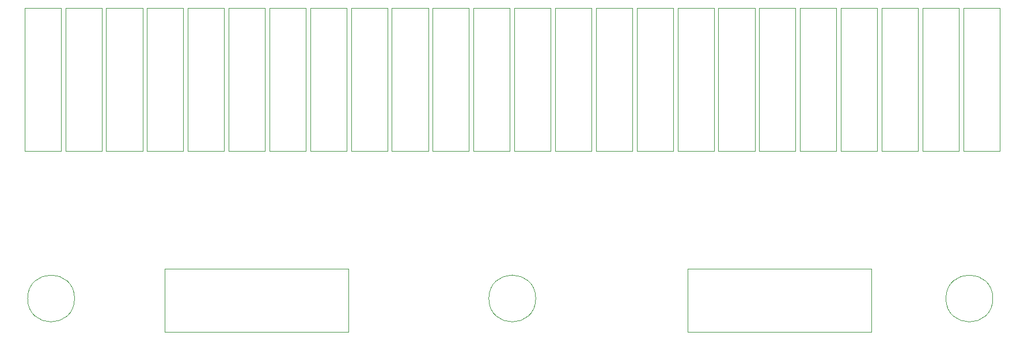
<source format=gbr>
G04 #@! TF.GenerationSoftware,KiCad,Pcbnew,(5.0.0)*
G04 #@! TF.CreationDate,2019-02-27T09:15:48+01:00*
G04 #@! TF.ProjectId,Potentiometer_mount_24LED,506F74656E74696F6D657465725F6D6F,rev?*
G04 #@! TF.SameCoordinates,Original*
G04 #@! TF.FileFunction,Other,User*
%FSLAX46Y46*%
G04 Gerber Fmt 4.6, Leading zero omitted, Abs format (unit mm)*
G04 Created by KiCad (PCBNEW (5.0.0)) date 02/27/19 09:15:48*
%MOMM*%
%LPD*%
G01*
G04 APERTURE LIST*
%ADD10C,0.050000*%
G04 APERTURE END LIST*
D10*
G04 #@! TO.C,*
X160950000Y-85000000D02*
G75*
G03X160950000Y-85000000I-3450000J0D01*
G01*
X93750000Y-85000000D02*
G75*
G03X93750000Y-85000000I-3450000J0D01*
G01*
G04 #@! TO.C,LED 1*
X23950000Y-63250000D02*
X23950000Y-42200000D01*
X18600000Y-63250000D02*
X23950000Y-63250000D01*
X18600000Y-42200000D02*
X18600000Y-63250000D01*
X23950000Y-42200000D02*
X18600000Y-42200000D01*
G04 #@! TO.C,LED 2*
X29950000Y-42200000D02*
X24600000Y-42200000D01*
X24600000Y-42200000D02*
X24600000Y-63250000D01*
X24600000Y-63250000D02*
X29950000Y-63250000D01*
X29950000Y-63250000D02*
X29950000Y-42200000D01*
G04 #@! TO.C,LED 3*
X35950000Y-63250000D02*
X35950000Y-42200000D01*
X30600000Y-63250000D02*
X35950000Y-63250000D01*
X30600000Y-42200000D02*
X30600000Y-63250000D01*
X35950000Y-42200000D02*
X30600000Y-42200000D01*
G04 #@! TO.C,LED 4*
X41950000Y-42200000D02*
X36600000Y-42200000D01*
X36600000Y-42200000D02*
X36600000Y-63250000D01*
X36600000Y-63250000D02*
X41950000Y-63250000D01*
X41950000Y-63250000D02*
X41950000Y-42200000D01*
G04 #@! TO.C,From Stimulator*
X66200000Y-80600000D02*
X39200000Y-80600000D01*
X66200000Y-89900000D02*
X66200000Y-80600000D01*
X39200000Y-89900000D02*
X66200000Y-89900000D01*
X39200000Y-80600000D02*
X39200000Y-89900000D01*
G04 #@! TO.C,To LED*
X116100000Y-80600000D02*
X116100000Y-89900000D01*
X116100000Y-89900000D02*
X143100000Y-89900000D01*
X143100000Y-89900000D02*
X143100000Y-80600000D01*
X143100000Y-80600000D02*
X116100000Y-80600000D01*
G04 #@! TO.C,LED 5*
X47950000Y-42200000D02*
X42600000Y-42200000D01*
X42600000Y-42200000D02*
X42600000Y-63250000D01*
X42600000Y-63250000D02*
X47950000Y-63250000D01*
X47950000Y-63250000D02*
X47950000Y-42200000D01*
G04 #@! TO.C,LED 6*
X53950000Y-63250000D02*
X53950000Y-42200000D01*
X48600000Y-63250000D02*
X53950000Y-63250000D01*
X48600000Y-42200000D02*
X48600000Y-63250000D01*
X53950000Y-42200000D02*
X48600000Y-42200000D01*
G04 #@! TO.C,LED 7*
X59950000Y-42200000D02*
X54600000Y-42200000D01*
X54600000Y-42200000D02*
X54600000Y-63250000D01*
X54600000Y-63250000D02*
X59950000Y-63250000D01*
X59950000Y-63250000D02*
X59950000Y-42200000D01*
G04 #@! TO.C,LED 8*
X65950000Y-63250000D02*
X65950000Y-42200000D01*
X60600000Y-63250000D02*
X65950000Y-63250000D01*
X60600000Y-42200000D02*
X60600000Y-63250000D01*
X65950000Y-42200000D02*
X60600000Y-42200000D01*
G04 #@! TO.C,LED 9*
X71950000Y-42200000D02*
X66600000Y-42200000D01*
X66600000Y-42200000D02*
X66600000Y-63250000D01*
X66600000Y-63250000D02*
X71950000Y-63250000D01*
X71950000Y-63250000D02*
X71950000Y-42200000D01*
G04 #@! TO.C,LED 10*
X77950000Y-63250000D02*
X77950000Y-42200000D01*
X72600000Y-63250000D02*
X77950000Y-63250000D01*
X72600000Y-42200000D02*
X72600000Y-63250000D01*
X77950000Y-42200000D02*
X72600000Y-42200000D01*
G04 #@! TO.C, LED 11*
X83950000Y-42200000D02*
X78600000Y-42200000D01*
X78600000Y-42200000D02*
X78600000Y-63250000D01*
X78600000Y-63250000D02*
X83950000Y-63250000D01*
X83950000Y-63250000D02*
X83950000Y-42200000D01*
G04 #@! TO.C,LED 12*
X89950000Y-42200000D02*
X84600000Y-42200000D01*
X84600000Y-42200000D02*
X84600000Y-63250000D01*
X84600000Y-63250000D02*
X89950000Y-63250000D01*
X89950000Y-63250000D02*
X89950000Y-42200000D01*
G04 #@! TO.C,LED 13*
X95950000Y-42200000D02*
X90600000Y-42200000D01*
X90600000Y-42200000D02*
X90600000Y-63250000D01*
X90600000Y-63250000D02*
X95950000Y-63250000D01*
X95950000Y-63250000D02*
X95950000Y-42200000D01*
G04 #@! TO.C,LED 14*
X101950000Y-63250000D02*
X101950000Y-42200000D01*
X96600000Y-63250000D02*
X101950000Y-63250000D01*
X96600000Y-42200000D02*
X96600000Y-63250000D01*
X101950000Y-42200000D02*
X96600000Y-42200000D01*
G04 #@! TO.C,LED 15*
X107950000Y-42200000D02*
X102600000Y-42200000D01*
X102600000Y-42200000D02*
X102600000Y-63250000D01*
X102600000Y-63250000D02*
X107950000Y-63250000D01*
X107950000Y-63250000D02*
X107950000Y-42200000D01*
G04 #@! TO.C,LED 16*
X113950000Y-63250000D02*
X113950000Y-42200000D01*
X108600000Y-63250000D02*
X113950000Y-63250000D01*
X108600000Y-42200000D02*
X108600000Y-63250000D01*
X113950000Y-42200000D02*
X108600000Y-42200000D01*
G04 #@! TO.C,LED 17*
X119950000Y-42200000D02*
X114600000Y-42200000D01*
X114600000Y-42200000D02*
X114600000Y-63250000D01*
X114600000Y-63250000D02*
X119950000Y-63250000D01*
X119950000Y-63250000D02*
X119950000Y-42200000D01*
G04 #@! TO.C,LED 18*
X125950000Y-63250000D02*
X125950000Y-42200000D01*
X120600000Y-63250000D02*
X125950000Y-63250000D01*
X120600000Y-42200000D02*
X120600000Y-63250000D01*
X125950000Y-42200000D02*
X120600000Y-42200000D01*
G04 #@! TO.C,LED 19*
X131950000Y-42200000D02*
X126600000Y-42200000D01*
X126600000Y-42200000D02*
X126600000Y-63250000D01*
X126600000Y-63250000D02*
X131950000Y-63250000D01*
X131950000Y-63250000D02*
X131950000Y-42200000D01*
G04 #@! TO.C,LED 20*
X137950000Y-63250000D02*
X137950000Y-42200000D01*
X132600000Y-63250000D02*
X137950000Y-63250000D01*
X132600000Y-42200000D02*
X132600000Y-63250000D01*
X137950000Y-42200000D02*
X132600000Y-42200000D01*
G04 #@! TO.C,LED 21*
X143950000Y-42200000D02*
X138600000Y-42200000D01*
X138600000Y-42200000D02*
X138600000Y-63250000D01*
X138600000Y-63250000D02*
X143950000Y-63250000D01*
X143950000Y-63250000D02*
X143950000Y-42200000D01*
G04 #@! TO.C,LED 22*
X149950000Y-63250000D02*
X149950000Y-42200000D01*
X144600000Y-63250000D02*
X149950000Y-63250000D01*
X144600000Y-42200000D02*
X144600000Y-63250000D01*
X149950000Y-42200000D02*
X144600000Y-42200000D01*
G04 #@! TO.C,LED 23*
X155950000Y-42200000D02*
X150600000Y-42200000D01*
X150600000Y-42200000D02*
X150600000Y-63250000D01*
X150600000Y-63250000D02*
X155950000Y-63250000D01*
X155950000Y-63250000D02*
X155950000Y-42200000D01*
G04 #@! TO.C,LED 24*
X161950000Y-63250000D02*
X161950000Y-42200000D01*
X156600000Y-63250000D02*
X161950000Y-63250000D01*
X156600000Y-42200000D02*
X156600000Y-63250000D01*
X161950000Y-42200000D02*
X156600000Y-42200000D01*
G04 #@! TO.C,*
X25950000Y-85000000D02*
G75*
G03X25950000Y-85000000I-3450000J0D01*
G01*
G04 #@! TD*
M02*

</source>
